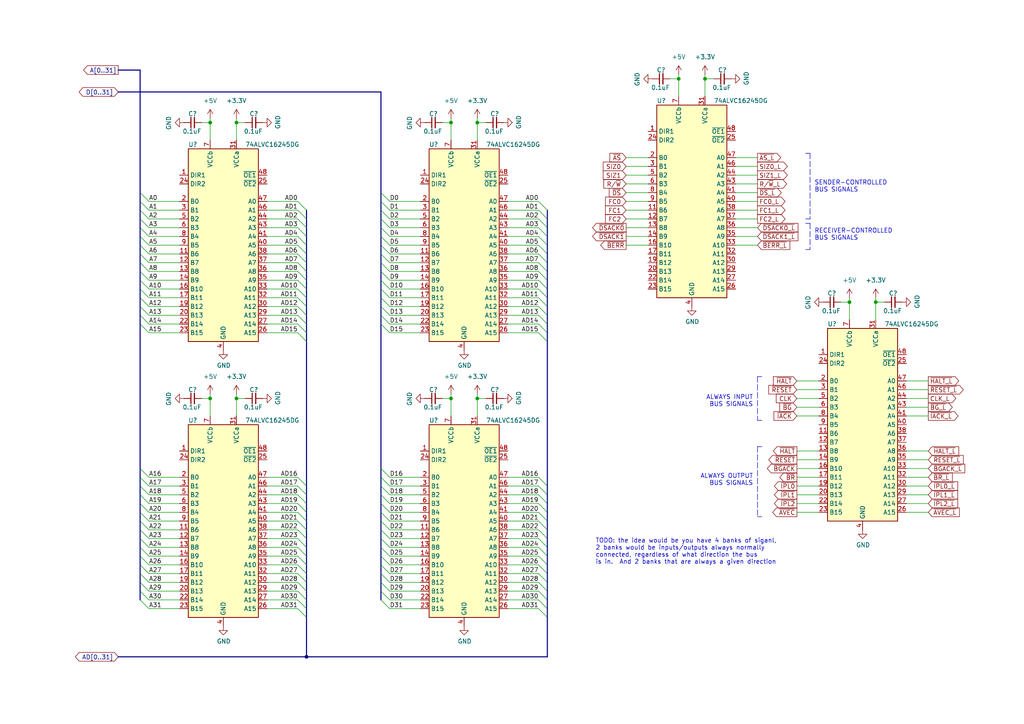
<source format=kicad_sch>
(kicad_sch (version 20211123) (generator eeschema)
  (paper "A4")
  (lib_symbols
    (symbol "Device:C_Small" (pin_numbers hide) (pin_names (offset 0.254) hide)
      (property "Reference" "C" (at 0.254 1.778 0))
      (property "Value" "C_Small" (at 0.254 -2.032 0))
      (symbol "C_Small_0_1"
        (polyline (pts (xy -1.524 -0.508) (xy 1.524 -0.508)) (stroke (width 0.3302)))
        (polyline (pts (xy -1.524 0.508) (xy 1.524 0.508)) (stroke (width 0.3048)))
      )
      (symbol "C_Small_1_1"
        (pin passive line (at 0 2.54 270) (length 2.032) (name "~") (number "1"))
        (pin passive line (at 0 -2.54 90) (length 2.032) (name "~") (number "2"))
      )
    )
    (symbol "Fidget:74ALVC16245DG"
      (property "Reference" "U" (at -10.16 29.21 0))
      (property "Value" "74ALVC16245DG" (at 2.54 -29.21 0))
      (symbol "74ALVC16245DG_0_1"
        (rectangle (start -10.16 27.94) (end 10.16 -27.94) (stroke (width 0.254)) (fill (type background)))
      )
      (symbol "74ALVC16245DG_1_1"
        (pin input line (at -12.7 20.32 0) (length 2.54) (name "DIR1") (number "1"))
        (pin passive line (at 0 -30.48 90) (length 2.54) hide (name "GND") (number "10"))
        (pin bidirectional line (at -12.7 -2.54 0) (length 2.54) (name "B6") (number "11"))
        (pin bidirectional line (at -12.7 -5.08 0) (length 2.54) (name "B7") (number "12"))
        (pin bidirectional line (at -12.7 -7.62 0) (length 2.54) (name "B8") (number "13"))
        (pin bidirectional line (at -12.7 -10.16 0) (length 2.54) (name "B9") (number "14"))
        (pin passive line (at 0 -30.48 90) (length 2.54) hide (name "GND") (number "15"))
        (pin bidirectional line (at -12.7 -12.7 0) (length 2.54) (name "B10") (number "16"))
        (pin bidirectional line (at -12.7 -15.24 0) (length 2.54) (name "B11") (number "17"))
        (pin passive line (at -3.81 30.48 270) (length 2.54) hide (name "VCCb") (number "18"))
        (pin bidirectional line (at -12.7 -17.78 0) (length 2.54) (name "B12") (number "19"))
        (pin bidirectional line (at -12.7 12.7 0) (length 2.54) (name "B0") (number "2"))
        (pin bidirectional line (at -12.7 -20.32 0) (length 2.54) (name "B13") (number "20"))
        (pin passive line (at 0 -30.48 90) (length 2.54) hide (name "GND") (number "21"))
        (pin bidirectional line (at -12.7 -22.86 0) (length 2.54) (name "B14") (number "22"))
        (pin bidirectional line (at -12.7 -25.4 0) (length 2.54) (name "B15") (number "23"))
        (pin input line (at -12.7 17.78 0) (length 2.54) (name "DIR2") (number "24"))
        (pin input line (at 12.7 17.78 180) (length 2.54) (name "~{OE2}") (number "25"))
        (pin bidirectional line (at 12.7 -25.4 180) (length 2.54) (name "A15") (number "26"))
        (pin bidirectional line (at 12.7 -22.86 180) (length 2.54) (name "A14") (number "27"))
        (pin passive line (at 0 -30.48 90) (length 2.54) hide (name "GND") (number "28"))
        (pin bidirectional line (at 12.7 -20.32 180) (length 2.54) (name "A13") (number "29"))
        (pin bidirectional line (at -12.7 10.16 0) (length 2.54) (name "B1") (number "3"))
        (pin bidirectional line (at 12.7 -17.78 180) (length 2.54) (name "A12") (number "30"))
        (pin power_in line (at 3.81 30.48 270) (length 2.54) (name "VCCa") (number "31"))
        (pin bidirectional line (at 12.7 -15.24 180) (length 2.54) (name "A11") (number "32"))
        (pin bidirectional line (at 12.7 -12.7 180) (length 2.54) (name "A10") (number "33"))
        (pin passive line (at 0 -30.48 90) (length 2.54) hide (name "GND") (number "34"))
        (pin bidirectional line (at 12.7 -10.16 180) (length 2.54) (name "A9") (number "35"))
        (pin bidirectional line (at 12.7 -7.62 180) (length 2.54) (name "A8") (number "36"))
        (pin bidirectional line (at 12.7 -5.08 180) (length 2.54) (name "A7") (number "37"))
        (pin bidirectional line (at 12.7 -2.54 180) (length 2.54) (name "A6") (number "38"))
        (pin passive line (at 0 -30.48 90) (length 2.54) hide (name "GND") (number "39"))
        (pin power_in line (at 0 -30.48 90) (length 2.54) (name "GND") (number "4"))
        (pin bidirectional line (at 12.7 0 180) (length 2.54) (name "A5") (number "40"))
        (pin bidirectional line (at 12.7 2.54 180) (length 2.54) (name "A4") (number "41"))
        (pin passive line (at 3.81 30.48 270) (length 2.54) hide (name "VCCa") (number "42"))
        (pin bidirectional line (at 12.7 5.08 180) (length 2.54) (name "A3") (number "43"))
        (pin bidirectional line (at 12.7 7.62 180) (length 2.54) (name "A2") (number "44"))
        (pin passive line (at 0 -30.48 90) (length 2.54) hide (name "GND") (number "45"))
        (pin bidirectional line (at 12.7 10.16 180) (length 2.54) (name "A1") (number "46"))
        (pin bidirectional line (at 12.7 12.7 180) (length 2.54) (name "A0") (number "47"))
        (pin input line (at 12.7 20.32 180) (length 2.54) (name "~{OE1}") (number "48"))
        (pin bidirectional line (at -12.7 7.62 0) (length 2.54) (name "B2") (number "5"))
        (pin bidirectional line (at -12.7 5.08 0) (length 2.54) (name "B3") (number "6"))
        (pin power_in line (at -3.81 30.48 270) (length 2.54) (name "VCCb") (number "7"))
        (pin bidirectional line (at -12.7 2.54 0) (length 2.54) (name "B4") (number "8"))
        (pin bidirectional line (at -12.7 0 0) (length 2.54) (name "B5") (number "9"))
      )
    )
    (symbol "power:+3.3V" (power) (pin_names (offset 0))
      (property "Value" "+3.3V" (at 0 3.556 0))
      (symbol "+3.3V_0_1"
        (polyline (pts (xy -0.762 1.27) (xy 0 2.54)))
        (polyline (pts (xy 0 0) (xy 0 2.54)))
        (polyline (pts (xy 0 2.54) (xy 0.762 1.27)))
      )
      (symbol "+3.3V_1_1"
        (pin power_in line (at 0 0 90) (length 0) hide (name "+3.3V") (number "1"))
      )
    )
    (symbol "power:+5V" (power) (pin_names (offset 0))
      (property "Value" "+5V" (at 0 3.556 0))
      (symbol "+5V_0_1"
        (polyline (pts (xy -0.762 1.27) (xy 0 2.54)))
        (polyline (pts (xy 0 0) (xy 0 2.54)))
        (polyline (pts (xy 0 2.54) (xy 0.762 1.27)))
      )
      (symbol "+5V_1_1"
        (pin power_in line (at 0 0 90) (length 0) hide (name "+5V") (number "1"))
      )
    )
    (symbol "power:GND" (power) (pin_names (offset 0))
      (property "Value" "GND" (at 0 -3.81 0))
      (symbol "GND_0_1"
        (polyline (pts (xy 0 0) (xy 0 -1.27) (xy 1.27 -1.27) (xy 0 -2.54) (xy -1.27 -1.27) (xy 0 -1.27)))
      )
      (symbol "GND_1_1"
        (pin power_in line (at 0 0 270) (length 0) hide (name "GND") (number "1"))
      )
    )
  )
  (junction (at 196.85 22.86))
  (junction (at 68.58 115.57))
  (junction (at 246.38 87.63))
  (junction (at 68.58 35.56))
  (junction (at 204.47 22.86))
  (junction (at 130.81 35.56))
  (junction (at 60.96 35.56))
  (junction (at 130.81 115.57))
  (junction (at 138.43 115.57))
  (junction (at 254 87.63))
  (junction (at 60.96 115.57))
  (junction (at 138.43 35.56))
  (junction (at 88.9 190.5))
  (bus_entry (at 43.18 91.44) (size -2.54 -2.54))
  (bus_entry (at 158.75 148.59) (size -2.54 -2.54))
  (bus_entry (at 158.75 91.44) (size -2.54 -2.54))
  (bus_entry (at 113.03 168.91) (size -2.54 -2.54))
  (bus_entry (at 88.9 86.36) (size -2.54 -2.54))
  (bus_entry (at 43.18 93.98) (size -2.54 -2.54))
  (bus_entry (at 43.18 71.12) (size -2.54 -2.54))
  (bus_entry (at 88.9 179.07) (size -2.54 -2.54))
  (bus_entry (at 113.03 81.28) (size -2.54 -2.54))
  (bus_entry (at 43.18 171.45) (size -2.54 -2.54))
  (bus_entry (at 113.03 173.99) (size -2.54 -2.54))
  (bus_entry (at 43.18 86.36) (size -2.54 -2.54))
  (bus_entry (at 158.75 66.04) (size -2.54 -2.54))
  (bus_entry (at 158.75 68.58) (size -2.54 -2.54))
  (bus_entry (at 158.75 93.98) (size -2.54 -2.54))
  (bus_entry (at 88.9 96.52) (size -2.54 -2.54))
  (bus_entry (at 88.9 140.97) (size -2.54 -2.54))
  (bus_entry (at 43.18 151.13) (size -2.54 -2.54))
  (bus_entry (at 158.75 179.07) (size -2.54 -2.54))
  (bus_entry (at 88.9 158.75) (size -2.54 -2.54))
  (bus_entry (at 158.75 140.97) (size -2.54 -2.54))
  (bus_entry (at 113.03 138.43) (size -2.54 -2.54))
  (bus_entry (at 88.9 143.51) (size -2.54 -2.54))
  (bus_entry (at 113.03 83.82) (size -2.54 -2.54))
  (bus_entry (at 43.18 76.2) (size -2.54 -2.54))
  (bus_entry (at 158.75 146.05) (size -2.54 -2.54))
  (bus_entry (at 113.03 58.42) (size -2.54 -2.54))
  (bus_entry (at 158.75 151.13) (size -2.54 -2.54))
  (bus_entry (at 158.75 71.12) (size -2.54 -2.54))
  (bus_entry (at 43.18 168.91) (size -2.54 -2.54))
  (bus_entry (at 113.03 146.05) (size -2.54 -2.54))
  (bus_entry (at 88.9 171.45) (size -2.54 -2.54))
  (bus_entry (at 88.9 148.59) (size -2.54 -2.54))
  (bus_entry (at 88.9 151.13) (size -2.54 -2.54))
  (bus_entry (at 88.9 91.44) (size -2.54 -2.54))
  (bus_entry (at 158.75 171.45) (size -2.54 -2.54))
  (bus_entry (at 113.03 63.5) (size -2.54 -2.54))
  (bus_entry (at 158.75 96.52) (size -2.54 -2.54))
  (bus_entry (at 43.18 81.28) (size -2.54 -2.54))
  (bus_entry (at 113.03 163.83) (size -2.54 -2.54))
  (bus_entry (at 43.18 156.21) (size -2.54 -2.54))
  (bus_entry (at 158.75 83.82) (size -2.54 -2.54))
  (bus_entry (at 43.18 96.52) (size -2.54 -2.54))
  (bus_entry (at 158.75 166.37) (size -2.54 -2.54))
  (bus_entry (at 158.75 176.53) (size -2.54 -2.54))
  (bus_entry (at 113.03 91.44) (size -2.54 -2.54))
  (bus_entry (at 113.03 153.67) (size -2.54 -2.54))
  (bus_entry (at 43.18 148.59) (size -2.54 -2.54))
  (bus_entry (at 113.03 86.36) (size -2.54 -2.54))
  (bus_entry (at 88.9 156.21) (size -2.54 -2.54))
  (bus_entry (at 113.03 88.9) (size -2.54 -2.54))
  (bus_entry (at 43.18 146.05) (size -2.54 -2.54))
  (bus_entry (at 43.18 63.5) (size -2.54 -2.54))
  (bus_entry (at 113.03 96.52) (size -2.54 -2.54))
  (bus_entry (at 43.18 143.51) (size -2.54 -2.54))
  (bus_entry (at 158.75 88.9) (size -2.54 -2.54))
  (bus_entry (at 158.75 60.96) (size -2.54 -2.54))
  (bus_entry (at 158.75 173.99) (size -2.54 -2.54))
  (bus_entry (at 88.9 88.9) (size -2.54 -2.54))
  (bus_entry (at 43.18 78.74) (size -2.54 -2.54))
  (bus_entry (at 113.03 143.51) (size -2.54 -2.54))
  (bus_entry (at 158.75 81.28) (size -2.54 -2.54))
  (bus_entry (at 88.9 66.04) (size -2.54 -2.54))
  (bus_entry (at 43.18 173.99) (size -2.54 -2.54))
  (bus_entry (at 158.75 99.06) (size -2.54 -2.54))
  (bus_entry (at 113.03 171.45) (size -2.54 -2.54))
  (bus_entry (at 88.9 76.2) (size -2.54 -2.54))
  (bus_entry (at 88.9 173.99) (size -2.54 -2.54))
  (bus_entry (at 113.03 140.97) (size -2.54 -2.54))
  (bus_entry (at 88.9 163.83) (size -2.54 -2.54))
  (bus_entry (at 88.9 166.37) (size -2.54 -2.54))
  (bus_entry (at 113.03 156.21) (size -2.54 -2.54))
  (bus_entry (at 43.18 161.29) (size -2.54 -2.54))
  (bus_entry (at 113.03 68.58) (size -2.54 -2.54))
  (bus_entry (at 88.9 60.96) (size -2.54 -2.54))
  (bus_entry (at 88.9 146.05) (size -2.54 -2.54))
  (bus_entry (at 43.18 58.42) (size -2.54 -2.54))
  (bus_entry (at 88.9 168.91) (size -2.54 -2.54))
  (bus_entry (at 43.18 158.75) (size -2.54 -2.54))
  (bus_entry (at 113.03 78.74) (size -2.54 -2.54))
  (bus_entry (at 113.03 148.59) (size -2.54 -2.54))
  (bus_entry (at 113.03 158.75) (size -2.54 -2.54))
  (bus_entry (at 88.9 71.12) (size -2.54 -2.54))
  (bus_entry (at 158.75 158.75) (size -2.54 -2.54))
  (bus_entry (at 158.75 76.2) (size -2.54 -2.54))
  (bus_entry (at 113.03 66.04) (size -2.54 -2.54))
  (bus_entry (at 158.75 73.66) (size -2.54 -2.54))
  (bus_entry (at 113.03 176.53) (size -2.54 -2.54))
  (bus_entry (at 158.75 143.51) (size -2.54 -2.54))
  (bus_entry (at 88.9 83.82) (size -2.54 -2.54))
  (bus_entry (at 43.18 176.53) (size -2.54 -2.54))
  (bus_entry (at 43.18 66.04) (size -2.54 -2.54))
  (bus_entry (at 43.18 88.9) (size -2.54 -2.54))
  (bus_entry (at 88.9 153.67) (size -2.54 -2.54))
  (bus_entry (at 158.75 156.21) (size -2.54 -2.54))
  (bus_entry (at 113.03 151.13) (size -2.54 -2.54))
  (bus_entry (at 158.75 163.83) (size -2.54 -2.54))
  (bus_entry (at 88.9 63.5) (size -2.54 -2.54))
  (bus_entry (at 88.9 99.06) (size -2.54 -2.54))
  (bus_entry (at 88.9 78.74) (size -2.54 -2.54))
  (bus_entry (at 113.03 76.2) (size -2.54 -2.54))
  (bus_entry (at 43.18 73.66) (size -2.54 -2.54))
  (bus_entry (at 88.9 176.53) (size -2.54 -2.54))
  (bus_entry (at 113.03 93.98) (size -2.54 -2.54))
  (bus_entry (at 43.18 68.58) (size -2.54 -2.54))
  (bus_entry (at 88.9 161.29) (size -2.54 -2.54))
  (bus_entry (at 158.75 63.5) (size -2.54 -2.54))
  (bus_entry (at 113.03 73.66) (size -2.54 -2.54))
  (bus_entry (at 43.18 166.37) (size -2.54 -2.54))
  (bus_entry (at 43.18 140.97) (size -2.54 -2.54))
  (bus_entry (at 158.75 168.91) (size -2.54 -2.54))
  (bus_entry (at 88.9 93.98) (size -2.54 -2.54))
  (bus_entry (at 88.9 68.58) (size -2.54 -2.54))
  (bus_entry (at 113.03 161.29) (size -2.54 -2.54))
  (bus_entry (at 158.75 78.74) (size -2.54 -2.54))
  (bus_entry (at 43.18 138.43) (size -2.54 -2.54))
  (bus_entry (at 113.03 71.12) (size -2.54 -2.54))
  (bus_entry (at 43.18 60.96) (size -2.54 -2.54))
  (bus_entry (at 43.18 83.82) (size -2.54 -2.54))
  (bus_entry (at 88.9 73.66) (size -2.54 -2.54))
  (bus_entry (at 113.03 166.37) (size -2.54 -2.54))
  (bus_entry (at 158.75 161.29) (size -2.54 -2.54))
  (bus_entry (at 43.18 153.67) (size -2.54 -2.54))
  (bus_entry (at 158.75 86.36) (size -2.54 -2.54))
  (bus_entry (at 88.9 81.28) (size -2.54 -2.54))
  (bus_entry (at 158.75 153.67) (size -2.54 -2.54))
  (bus_entry (at 43.18 163.83) (size -2.54 -2.54))
  (bus_entry (at 113.03 60.96) (size -2.54 -2.54))
  (wire (pts (xy 121.92 76.2) (xy 113.03 76.2)))
  (bus (pts (xy 110.49 88.9) (xy 110.49 91.44)))
  (bus (pts (xy 110.49 78.74) (xy 110.49 81.28)))
  (wire (pts (xy 121.92 96.52) (xy 113.03 96.52)))
  (bus (pts (xy 110.49 83.82) (xy 110.49 86.36)))
  (wire (pts (xy 254 87.63) (xy 256.54 87.63)))
  (bus (pts (xy 40.64 156.21) (xy 40.64 158.75)))
  (wire (pts (xy 68.58 114.3) (xy 68.58 115.57)))
  (wire (pts (xy 113.03 158.75) (xy 121.92 158.75)))
  (bus (pts (xy 88.9 68.58) (xy 88.9 71.12)))
  (bus (pts (xy 110.49 140.97) (xy 110.49 143.51)))
  (wire (pts (xy 147.32 76.2) (xy 156.21 76.2)))
  (bus (pts (xy 110.49 71.12) (xy 110.49 73.66)))
  (bus (pts (xy 88.9 83.82) (xy 88.9 86.36)))
  (bus (pts (xy 158.75 168.91) (xy 158.75 171.45)))
  (wire (pts (xy 52.07 171.45) (xy 43.18 171.45)))
  (wire (pts (xy 147.32 138.43) (xy 156.21 138.43)))
  (wire (pts (xy 269.24 110.49) (xy 262.89 110.49)))
  (wire (pts (xy 213.36 71.12) (xy 219.71 71.12)))
  (wire (pts (xy 43.18 78.74) (xy 52.07 78.74)))
  (bus (pts (xy 88.9 173.99) (xy 88.9 176.53)))
  (bus (pts (xy 110.49 135.89) (xy 110.49 138.43)))
  (bus (pts (xy 40.64 60.96) (xy 40.64 63.5)))
  (bus (pts (xy 110.49 60.96) (xy 110.49 63.5)))
  (wire (pts (xy 204.47 21.59) (xy 204.47 22.86)))
  (wire (pts (xy 147.32 161.29) (xy 156.21 161.29)))
  (wire (pts (xy 77.47 171.45) (xy 86.36 171.45)))
  (wire (pts (xy 52.07 60.96) (xy 43.18 60.96)))
  (wire (pts (xy 77.47 143.51) (xy 86.36 143.51)))
  (wire (pts (xy 213.36 48.26) (xy 219.71 48.26)))
  (bus (pts (xy 88.9 88.9) (xy 88.9 91.44)))
  (wire (pts (xy 77.47 158.75) (xy 86.36 158.75)))
  (bus (pts (xy 40.64 83.82) (xy 40.64 86.36)))
  (wire (pts (xy 231.14 130.81) (xy 237.49 130.81)))
  (wire (pts (xy 196.85 22.86) (xy 196.85 27.94)))
  (wire (pts (xy 77.47 148.59) (xy 86.36 148.59)))
  (wire (pts (xy 52.07 156.21) (xy 43.18 156.21)))
  (polyline (pts (xy 220.98 129.54) (xy 219.71 129.54)))
  (bus (pts (xy 110.49 73.66) (xy 110.49 76.2)))
  (wire (pts (xy 147.32 168.91) (xy 156.21 168.91)))
  (bus (pts (xy 88.9 99.06) (xy 88.9 140.97)))
  (wire (pts (xy 77.47 146.05) (xy 86.36 146.05)))
  (bus (pts (xy 40.64 20.32) (xy 40.64 55.88)))
  (bus (pts (xy 88.9 176.53) (xy 88.9 179.07)))
  (wire (pts (xy 130.81 115.57) (xy 130.81 120.65)))
  (wire (pts (xy 204.47 22.86) (xy 207.01 22.86)))
  (wire (pts (xy 121.92 81.28) (xy 113.03 81.28)))
  (bus (pts (xy 110.49 171.45) (xy 110.49 173.99)))
  (bus (pts (xy 88.9 179.07) (xy 88.9 190.5)))
  (bus (pts (xy 158.75 63.5) (xy 158.75 66.04)))
  (wire (pts (xy 187.96 45.72) (xy 181.61 45.72)))
  (wire (pts (xy 219.71 60.96) (xy 213.36 60.96)))
  (bus (pts (xy 158.75 158.75) (xy 158.75 161.29)))
  (wire (pts (xy 121.92 60.96) (xy 113.03 60.96)))
  (bus (pts (xy 40.64 93.98) (xy 40.64 135.89)))
  (wire (pts (xy 254 87.63) (xy 254 92.71)))
  (wire (pts (xy 52.07 153.67) (xy 43.18 153.67)))
  (bus (pts (xy 158.75 156.21) (xy 158.75 158.75)))
  (bus (pts (xy 40.64 140.97) (xy 40.64 143.51)))
  (polyline (pts (xy 233.68 64.77) (xy 234.95 64.77)))
  (wire (pts (xy 219.71 53.34) (xy 213.36 53.34)))
  (wire (pts (xy 77.47 58.42) (xy 86.36 58.42)))
  (wire (pts (xy 269.24 115.57) (xy 262.89 115.57)))
  (bus (pts (xy 158.75 148.59) (xy 158.75 151.13)))
  (wire (pts (xy 60.96 34.29) (xy 60.96 35.56)))
  (wire (pts (xy 121.92 71.12) (xy 113.03 71.12)))
  (wire (pts (xy 147.32 58.42) (xy 156.21 58.42)))
  (wire (pts (xy 147.32 96.52) (xy 156.21 96.52)))
  (wire (pts (xy 121.92 168.91) (xy 113.03 168.91)))
  (bus (pts (xy 110.49 148.59) (xy 110.49 151.13)))
  (wire (pts (xy 58.42 35.56) (xy 60.96 35.56)))
  (bus (pts (xy 88.9 146.05) (xy 88.9 148.59)))
  (wire (pts (xy 121.92 156.21) (xy 113.03 156.21)))
  (bus (pts (xy 40.64 73.66) (xy 40.64 76.2)))
  (bus (pts (xy 40.64 71.12) (xy 40.64 73.66)))
  (wire (pts (xy 77.47 71.12) (xy 86.36 71.12)))
  (wire (pts (xy 147.32 173.99) (xy 156.21 173.99)))
  (bus (pts (xy 88.9 73.66) (xy 88.9 76.2)))
  (wire (pts (xy 52.07 173.99) (xy 43.18 173.99)))
  (wire (pts (xy 77.47 156.21) (xy 86.36 156.21)))
  (wire (pts (xy 77.47 140.97) (xy 86.36 140.97)))
  (wire (pts (xy 52.07 76.2) (xy 43.18 76.2)))
  (wire (pts (xy 77.47 63.5) (xy 86.36 63.5)))
  (bus (pts (xy 40.64 135.89) (xy 40.64 138.43)))
  (wire (pts (xy 181.61 66.04) (xy 187.96 66.04)))
  (wire (pts (xy 43.18 158.75) (xy 52.07 158.75)))
  (wire (pts (xy 52.07 143.51) (xy 43.18 143.51)))
  (wire (pts (xy 147.32 140.97) (xy 156.21 140.97)))
  (bus (pts (xy 40.64 151.13) (xy 40.64 153.67)))
  (wire (pts (xy 121.92 93.98) (xy 113.03 93.98)))
  (wire (pts (xy 262.89 118.11) (xy 269.24 118.11)))
  (wire (pts (xy 187.96 71.12) (xy 181.61 71.12)))
  (wire (pts (xy 204.47 22.86) (xy 204.47 27.94)))
  (bus (pts (xy 158.75 166.37) (xy 158.75 168.91)))
  (wire (pts (xy 147.32 153.67) (xy 156.21 153.67)))
  (wire (pts (xy 77.47 176.53) (xy 86.36 176.53)))
  (bus (pts (xy 110.49 146.05) (xy 110.49 148.59)))
  (polyline (pts (xy 220.98 121.92) (xy 219.71 121.92)))
  (bus (pts (xy 110.49 161.29) (xy 110.49 163.83)))
  (wire (pts (xy 138.43 115.57) (xy 140.97 115.57)))
  (wire (pts (xy 121.92 171.45) (xy 113.03 171.45)))
  (bus (pts (xy 110.49 81.28) (xy 110.49 83.82)))
  (wire (pts (xy 147.32 88.9) (xy 156.21 88.9)))
  (wire (pts (xy 231.14 115.57) (xy 237.49 115.57)))
  (bus (pts (xy 110.49 138.43) (xy 110.49 140.97)))
  (wire (pts (xy 246.38 87.63) (xy 246.38 92.71)))
  (wire (pts (xy 43.18 138.43) (xy 52.07 138.43)))
  (wire (pts (xy 181.61 60.96) (xy 187.96 60.96)))
  (wire (pts (xy 147.32 93.98) (xy 156.21 93.98)))
  (wire (pts (xy 147.32 86.36) (xy 156.21 86.36)))
  (wire (pts (xy 196.85 21.59) (xy 196.85 22.86)))
  (wire (pts (xy 77.47 86.36) (xy 86.36 86.36)))
  (wire (pts (xy 219.71 68.58) (xy 213.36 68.58)))
  (polyline (pts (xy 234.95 64.77) (xy 234.95 72.39)))
  (wire (pts (xy 147.32 68.58) (xy 156.21 68.58)))
  (bus (pts (xy 40.64 146.05) (xy 40.64 148.59)))
  (wire (pts (xy 130.81 35.56) (xy 130.81 40.64)))
  (polyline (pts (xy 233.68 44.45) (xy 234.95 44.45)))
  (wire (pts (xy 113.03 86.36) (xy 121.92 86.36)))
  (wire (pts (xy 77.47 81.28) (xy 86.36 81.28)))
  (polyline (pts (xy 219.71 109.22) (xy 219.71 121.92)))
  (wire (pts (xy 77.47 68.58) (xy 86.36 68.58)))
  (bus (pts (xy 40.64 66.04) (xy 40.64 68.58)))
  (bus (pts (xy 34.29 26.67) (xy 110.49 26.67)))
  (wire (pts (xy 147.32 148.59) (xy 156.21 148.59)))
  (wire (pts (xy 219.71 66.04) (xy 213.36 66.04)))
  (wire (pts (xy 77.47 96.52) (xy 86.36 96.52)))
  (bus (pts (xy 158.75 88.9) (xy 158.75 91.44)))
  (wire (pts (xy 231.14 146.05) (xy 237.49 146.05)))
  (bus (pts (xy 158.75 163.83) (xy 158.75 166.37)))
  (bus (pts (xy 158.75 86.36) (xy 158.75 88.9)))
  (wire (pts (xy 147.32 63.5) (xy 156.21 63.5)))
  (wire (pts (xy 121.92 91.44) (xy 113.03 91.44)))
  (wire (pts (xy 138.43 34.29) (xy 138.43 35.56)))
  (wire (pts (xy 269.24 113.03) (xy 262.89 113.03)))
  (wire (pts (xy 121.92 148.59) (xy 113.03 148.59)))
  (bus (pts (xy 158.75 73.66) (xy 158.75 76.2)))
  (wire (pts (xy 121.92 161.29) (xy 113.03 161.29)))
  (wire (pts (xy 128.27 35.56) (xy 130.81 35.56)))
  (bus (pts (xy 110.49 26.67) (xy 110.49 55.88)))
  (wire (pts (xy 231.14 143.51) (xy 237.49 143.51)))
  (bus (pts (xy 40.64 158.75) (xy 40.64 161.29)))
  (wire (pts (xy 213.36 63.5) (xy 219.71 63.5)))
  (wire (pts (xy 237.49 118.11) (xy 231.14 118.11)))
  (wire (pts (xy 52.07 176.53) (xy 43.18 176.53)))
  (wire (pts (xy 121.92 68.58) (xy 113.03 68.58)))
  (bus (pts (xy 158.75 81.28) (xy 158.75 83.82)))
  (wire (pts (xy 147.32 163.83) (xy 156.21 163.83)))
  (wire (pts (xy 121.92 73.66) (xy 113.03 73.66)))
  (wire (pts (xy 147.32 156.21) (xy 156.21 156.21)))
  (bus (pts (xy 158.75 71.12) (xy 158.75 73.66)))
  (bus (pts (xy 158.75 99.06) (xy 158.75 140.97)))
  (bus (pts (xy 158.75 146.05) (xy 158.75 148.59)))
  (wire (pts (xy 269.24 130.81) (xy 262.89 130.81)))
  (bus (pts (xy 40.64 153.67) (xy 40.64 156.21)))
  (wire (pts (xy 52.07 148.59) (xy 43.18 148.59)))
  (bus (pts (xy 40.64 88.9) (xy 40.64 91.44)))
  (wire (pts (xy 187.96 63.5) (xy 181.61 63.5)))
  (bus (pts (xy 158.75 93.98) (xy 158.75 96.52)))
  (wire (pts (xy 121.92 153.67) (xy 113.03 153.67)))
  (wire (pts (xy 121.92 140.97) (xy 113.03 140.97)))
  (bus (pts (xy 40.64 91.44) (xy 40.64 93.98)))
  (bus (pts (xy 40.64 138.43) (xy 40.64 140.97)))
  (wire (pts (xy 58.42 115.57) (xy 60.96 115.57)))
  (wire (pts (xy 77.47 76.2) (xy 86.36 76.2)))
  (bus (pts (xy 40.64 171.45) (xy 40.64 173.99)))
  (wire (pts (xy 269.24 143.51) (xy 262.89 143.51)))
  (wire (pts (xy 68.58 35.56) (xy 71.12 35.56)))
  (wire (pts (xy 68.58 115.57) (xy 68.58 120.65)))
  (wire (pts (xy 77.47 60.96) (xy 86.36 60.96)))
  (wire (pts (xy 77.47 153.67) (xy 86.36 153.67)))
  (bus (pts (xy 34.29 20.32) (xy 40.64 20.32)))
  (wire (pts (xy 113.03 78.74) (xy 121.92 78.74)))
  (wire (pts (xy 77.47 166.37) (xy 86.36 166.37)))
  (wire (pts (xy 52.07 88.9) (xy 43.18 88.9)))
  (wire (pts (xy 77.47 66.04) (xy 86.36 66.04)))
  (bus (pts (xy 40.64 168.91) (xy 40.64 171.45)))
  (bus (pts (xy 40.64 81.28) (xy 40.64 83.82)))
  (wire (pts (xy 77.47 91.44) (xy 86.36 91.44)))
  (bus (pts (xy 88.9 166.37) (xy 88.9 168.91)))
  (polyline (pts (xy 233.68 63.5) (xy 234.95 63.5)))
  (wire (pts (xy 121.92 63.5) (xy 113.03 63.5)))
  (wire (pts (xy 147.32 171.45) (xy 156.21 171.45)))
  (bus (pts (xy 88.9 91.44) (xy 88.9 93.98)))
  (wire (pts (xy 113.03 58.42) (xy 121.92 58.42)))
  (bus (pts (xy 88.9 140.97) (xy 88.9 143.51)))
  (wire (pts (xy 60.96 35.56) (xy 60.96 40.64)))
  (wire (pts (xy 77.47 161.29) (xy 86.36 161.29)))
  (wire (pts (xy 68.58 34.29) (xy 68.58 35.56)))
  (wire (pts (xy 77.47 163.83) (xy 86.36 163.83)))
  (wire (pts (xy 60.96 115.57) (xy 60.96 120.65)))
  (wire (pts (xy 138.43 114.3) (xy 138.43 115.57)))
  (bus (pts (xy 88.9 93.98) (xy 88.9 96.52)))
  (wire (pts (xy 43.18 58.42) (xy 52.07 58.42)))
  (wire (pts (xy 231.14 120.65) (xy 237.49 120.65)))
  (wire (pts (xy 52.07 151.13) (xy 43.18 151.13)))
  (wire (pts (xy 43.18 166.37) (xy 52.07 166.37)))
  (polyline (pts (xy 219.71 129.54) (xy 219.71 149.86)))
  (wire (pts (xy 52.07 68.58) (xy 43.18 68.58)))
  (wire (pts (xy 52.07 81.28) (xy 43.18 81.28)))
  (bus (pts (xy 158.75 171.45) (xy 158.75 173.99)))
  (bus (pts (xy 158.75 96.52) (xy 158.75 99.06)))
  (wire (pts (xy 231.14 133.35) (xy 237.49 133.35)))
  (bus (pts (xy 40.64 78.74) (xy 40.64 81.28)))
  (polyline (pts (xy 234.95 44.45) (xy 234.95 63.5)))
  (wire (pts (xy 52.07 163.83) (xy 43.18 163.83)))
  (bus (pts (xy 158.75 91.44) (xy 158.75 93.98)))
  (bus (pts (xy 110.49 76.2) (xy 110.49 78.74)))
  (bus (pts (xy 158.75 68.58) (xy 158.75 71.12)))
  (wire (pts (xy 269.24 120.65) (xy 262.89 120.65)))
  (bus (pts (xy 158.75 76.2) (xy 158.75 78.74)))
  (bus (pts (xy 40.64 148.59) (xy 40.64 151.13)))
  (bus (pts (xy 88.9 96.52) (xy 88.9 99.06)))
  (bus (pts (xy 158.75 176.53) (xy 158.75 179.07)))
  (bus (pts (xy 110.49 158.75) (xy 110.49 161.29)))
  (bus (pts (xy 88.9 76.2) (xy 88.9 78.74)))
  (wire (pts (xy 213.36 45.72) (xy 219.71 45.72)))
  (wire (pts (xy 269.24 133.35) (xy 262.89 133.35)))
  (bus (pts (xy 110.49 68.58) (xy 110.49 71.12)))
  (bus (pts (xy 40.64 63.5) (xy 40.64 66.04)))
  (wire (pts (xy 147.32 143.51) (xy 156.21 143.51)))
  (bus (pts (xy 158.75 60.96) (xy 158.75 63.5)))
  (bus (pts (xy 88.9 60.96) (xy 88.9 63.5)))
  (wire (pts (xy 52.07 63.5) (xy 43.18 63.5)))
  (bus (pts (xy 40.64 166.37) (xy 40.64 168.91)))
  (bus (pts (xy 110.49 143.51) (xy 110.49 146.05)))
  (bus (pts (xy 88.9 86.36) (xy 88.9 88.9)))
  (bus (pts (xy 158.75 143.51) (xy 158.75 146.05)))
  (wire (pts (xy 243.84 87.63) (xy 246.38 87.63)))
  (wire (pts (xy 60.96 114.3) (xy 60.96 115.57)))
  (bus (pts (xy 158.75 173.99) (xy 158.75 176.53)))
  (wire (pts (xy 147.32 71.12) (xy 156.21 71.12)))
  (wire (pts (xy 77.47 93.98) (xy 86.36 93.98)))
  (bus (pts (xy 88.9 168.91) (xy 88.9 171.45)))
  (wire (pts (xy 43.18 66.04) (xy 52.07 66.04)))
  (wire (pts (xy 121.92 173.99) (xy 113.03 173.99)))
  (wire (pts (xy 52.07 96.52) (xy 43.18 96.52)))
  (bus (pts (xy 158.75 179.07) (xy 158.75 190.5)))
  (bus (pts (xy 40.64 86.36) (xy 40.64 88.9)))
  (wire (pts (xy 77.47 73.66) (xy 86.36 73.66)))
  (bus (pts (xy 110.49 66.04) (xy 110.49 68.58)))
  (bus (pts (xy 110.49 156.21) (xy 110.49 158.75)))
  (wire (pts (xy 121.92 176.53) (xy 113.03 176.53)))
  (wire (pts (xy 147.32 73.66) (xy 156.21 73.66)))
  (bus (pts (xy 88.9 190.5) (xy 158.75 190.5)))
  (bus (pts (xy 88.9 78.74) (xy 88.9 81.28)))
  (wire (pts (xy 231.14 110.49) (xy 237.49 110.49)))
  (wire (pts (xy 181.61 68.58) (xy 187.96 68.58)))
  (wire (pts (xy 147.32 91.44) (xy 156.21 91.44)))
  (wire (pts (xy 269.24 148.59) (xy 262.89 148.59)))
  (wire (pts (xy 147.32 146.05) (xy 156.21 146.05)))
  (wire (pts (xy 121.92 143.51) (xy 113.03 143.51)))
  (wire (pts (xy 147.32 66.04) (xy 156.21 66.04)))
  (wire (pts (xy 219.71 55.88) (xy 213.36 55.88)))
  (bus (pts (xy 40.64 55.88) (xy 40.64 58.42)))
  (wire (pts (xy 219.71 58.42) (xy 213.36 58.42)))
  (wire (pts (xy 121.92 151.13) (xy 113.03 151.13)))
  (wire (pts (xy 138.43 35.56) (xy 138.43 40.64)))
  (wire (pts (xy 246.38 86.36) (xy 246.38 87.63)))
  (wire (pts (xy 269.24 146.05) (xy 262.89 146.05)))
  (bus (pts (xy 88.9 153.67) (xy 88.9 156.21)))
  (wire (pts (xy 52.07 83.82) (xy 43.18 83.82)))
  (wire (pts (xy 52.07 93.98) (xy 43.18 93.98)))
  (wire (pts (xy 269.24 140.97) (xy 262.89 140.97)))
  (polyline (pts (xy 220.98 109.22) (xy 219.71 109.22)))
  (wire (pts (xy 147.32 78.74) (xy 156.21 78.74)))
  (wire (pts (xy 231.14 113.03) (xy 237.49 113.03)))
  (wire (pts (xy 52.07 71.12) (xy 43.18 71.12)))
  (bus (pts (xy 158.75 83.82) (xy 158.75 86.36)))
  (bus (pts (xy 88.9 161.29) (xy 88.9 163.83)))
  (wire (pts (xy 147.32 166.37) (xy 156.21 166.37)))
  (bus (pts (xy 88.9 71.12) (xy 88.9 73.66)))
  (bus (pts (xy 88.9 143.51) (xy 88.9 146.05)))
  (wire (pts (xy 77.47 168.91) (xy 86.36 168.91)))
  (wire (pts (xy 130.81 34.29) (xy 130.81 35.56)))
  (wire (pts (xy 52.07 91.44) (xy 43.18 91.44)))
  (bus (pts (xy 110.49 93.98) (xy 110.49 135.89)))
  (bus (pts (xy 110.49 58.42) (xy 110.49 60.96)))
  (bus (pts (xy 110.49 55.88) (xy 110.49 58.42)))
  (wire (pts (xy 138.43 35.56) (xy 140.97 35.56)))
  (wire (pts (xy 187.96 50.8) (xy 181.61 50.8)))
  (wire (pts (xy 121.92 163.83) (xy 113.03 163.83)))
  (bus (pts (xy 34.29 190.5) (xy 88.9 190.5)))
  (bus (pts (xy 88.9 171.45) (xy 88.9 173.99)))
  (bus (pts (xy 110.49 91.44) (xy 110.49 93.98)))
  (wire (pts (xy 231.14 148.59) (xy 237.49 148.59)))
  (wire (pts (xy 52.07 140.97) (xy 43.18 140.97)))
  (wire (pts (xy 181.61 58.42) (xy 187.96 58.42)))
  (wire (pts (xy 254 86.36) (xy 254 87.63)))
  (bus (pts (xy 40.64 161.29) (xy 40.64 163.83)))
  (bus (pts (xy 88.9 158.75) (xy 88.9 161.29)))
  (wire (pts (xy 113.03 138.43) (xy 121.92 138.43)))
  (wire (pts (xy 128.27 115.57) (xy 130.81 115.57)))
  (bus (pts (xy 110.49 166.37) (xy 110.49 168.91)))
  (bus (pts (xy 40.64 68.58) (xy 40.64 71.12)))
  (wire (pts (xy 147.32 60.96) (xy 156.21 60.96)))
  (bus (pts (xy 158.75 151.13) (xy 158.75 153.67)))
  (wire (pts (xy 43.18 146.05) (xy 52.07 146.05)))
  (bus (pts (xy 110.49 63.5) (xy 110.49 66.04)))
  (bus (pts (xy 40.64 58.42) (xy 40.64 60.96)))
  (bus (pts (xy 158.75 161.29) (xy 158.75 163.83)))
  (wire (pts (xy 52.07 168.91) (xy 43.18 168.91)))
  (wire (pts (xy 113.03 166.37) (xy 121.92 166.37)))
  (wire (pts (xy 52.07 73.66) (xy 43.18 73.66)))
  (wire (pts (xy 213.36 50.8) (xy 219.71 50.8)))
  (bus (pts (xy 158.75 153.67) (xy 158.75 156.21)))
  (wire (pts (xy 52.07 161.29) (xy 43.18 161.29)))
  (wire (pts (xy 147.32 83.82) (xy 156.21 83.82)))
  (wire (pts (xy 231.14 135.89) (xy 237.49 135.89)))
  (wire (pts (xy 231.14 140.97) (xy 237.49 140.97)))
  (wire (pts (xy 68.58 115.57) (xy 71.12 115.57)))
  (wire (pts (xy 113.03 66.04) (xy 121.92 66.04)))
  (polyline (pts (xy 233.68 72.39) (xy 234.95 72.39)))
  (wire (pts (xy 237.49 138.43) (xy 231.14 138.43)))
  (wire (pts (xy 77.47 138.43) (xy 86.36 138.43)))
  (polyline (pts (xy 220.98 149.86) (xy 219.71 149.86)))
  (wire (pts (xy 77.47 151.13) (xy 86.36 151.13)))
  (wire (pts (xy 121.92 88.9) (xy 113.03 88.9)))
  (wire (pts (xy 181.61 55.88) (xy 187.96 55.88)))
  (wire (pts (xy 68.58 35.56) (xy 68.58 40.64)))
  (bus (pts (xy 158.75 66.04) (xy 158.75 68.58)))
  (wire (pts (xy 181.61 53.34) (xy 187.96 53.34)))
  (wire (pts (xy 147.32 176.53) (xy 156.21 176.53)))
  (wire (pts (xy 269.24 135.89) (xy 262.89 135.89)))
  (bus (pts (xy 88.9 151.13) (xy 88.9 153.67)))
  (wire (pts (xy 77.47 88.9) (xy 86.36 88.9)))
  (wire (pts (xy 138.43 115.57) (xy 138.43 120.65)))
  (bus (pts (xy 88.9 63.5) (xy 88.9 66.04)))
  (bus (pts (xy 88.9 81.28) (xy 88.9 83.82)))
  (bus (pts (xy 158.75 140.97) (xy 158.75 143.51)))
  (bus (pts (xy 88.9 163.83) (xy 88.9 166.37)))
  (wire (pts (xy 147.32 158.75) (xy 156.21 158.75)))
  (wire (pts (xy 147.32 151.13) (xy 156.21 151.13)))
  (bus (pts (xy 40.64 76.2) (xy 40.64 78.74)))
  (wire (pts (xy 121.92 83.82) (xy 113.03 83.82)))
  (wire (pts (xy 43.18 86.36) (xy 52.07 86.36)))
  (bus (pts (xy 88.9 156.21) (xy 88.9 158.75)))
  (wire (pts (xy 77.47 173.99) (xy 86.36 173.99)))
  (wire (pts (xy 77.47 83.82) (xy 86.36 83.82)))
  (wire (pts (xy 262.89 138.43) (xy 269.24 138.43)))
  (bus (pts (xy 158.75 78.74) (xy 158.75 81.28)))
  (bus (pts (xy 88.9 148.59) (xy 88.9 151.13)))
  (wire (pts (xy 194.31 22.86) (xy 196.85 22.86)))
  (bus (pts (xy 88.9 66.04) (xy 88.9 68.58)))
  (bus (pts (xy 110.49 153.67) (xy 110.49 156.21)))
  (wire (pts (xy 77.47 78.74) (xy 86.36 78.74)))
  (wire (pts (xy 113.03 146.05) (xy 121.92 146.05)))
  (bus (pts (xy 110.49 151.13) (xy 110.49 153.67)))
  (bus (pts (xy 110.49 86.36) (xy 110.49 88.9)))
  (bus (pts (xy 40.64 143.51) (xy 40.64 146.05)))
  (wire (pts (xy 130.81 114.3) (xy 130.81 115.57)))
  (wire (pts (xy 187.96 48.26) (xy 181.61 48.26)))
  (bus (pts (xy 40.64 163.83) (xy 40.64 166.37)))
  (bus (pts (xy 110.49 168.91) (xy 110.49 171.45)))
  (bus (pts (xy 110.49 163.83) (xy 110.49 166.37)))
  (wire (pts (xy 147.32 81.28) (xy 156.21 81.28)))
  (text "TODO: the idea would be you have 4 banks of siganl,\n2 banks would be inputs/outputs always normally\nconnected, regardless of what direction the bus\nis in.  And 2 banks that are always a given direction" (at 172.72 163.83 0) (effects (font (size 1.27 1.27)) (justify left bottom)))
  (text "SENDER-CONTROLLED\nBUS SIGNALS\n" (at 236.22 55.88 0) (effects (font (size 1.27 1.27)) (justify left bottom)))
  (text "ALWAYS INPUT\nBUS SIGNALS" (at 218.44 118.11 180) (effects (font (size 1.27 1.27)) (justify right bottom)))
  (text "ALWAYS OUTPUT\nBUS SIGNALS" (at 218.44 140.97 180) (effects (font (size 1.27 1.27)) (justify right bottom)))
  (text "RECEIVER-CONTROLLED\nBUS SIGNALS" (at 236.22 69.85 0) (effects (font (size 1.27 1.27)) (justify left bottom)))
  (label "AD29" (at 156.21 171.45 180))
  (label "AD9" (at 156.21 81.28 180))
  (label "D5" (at 113.03 71.12 0))
  (label "AD22" (at 156.21 153.67 180))
  (label "A16" (at 43.18 138.43 0))
  (label "A27" (at 43.18 166.37 0))
  (label "D21" (at 113.03 151.13 0))
  (label "D2" (at 113.03 63.5 0))
  (label "AD20" (at 156.21 148.59 180))
  (label "D1" (at 113.03 60.96 0))
  (label "AD12" (at 86.36 88.9 180))
  (label "AD3" (at 156.21 66.04 180))
  (label "AD22" (at 86.36 153.67 180))
  (label "AD11" (at 86.36 86.36 180))
  (label "D29" (at 113.03 171.45 0))
  (label "A18" (at 43.18 143.51 0))
  (label "AD8" (at 156.21 78.74 180))
  (label "AD26" (at 156.21 163.83 180))
  (label "A14" (at 43.18 93.98 0))
  (label "AD10" (at 86.36 83.82 180))
  (label "A23" (at 43.18 156.21 0))
  (label "AD23" (at 86.36 156.21 180))
  (label "AD25" (at 156.21 161.29 180))
  (label "AD5" (at 156.21 71.12 180))
  (label "A7" (at 43.18 76.2 0))
  (label "AD14" (at 156.21 93.98 180))
  (label "AD19" (at 156.21 146.05 180))
  (label "D3" (at 113.03 66.04 0))
  (label "AD25" (at 86.36 161.29 180))
  (label "AD8" (at 86.36 78.74 180))
  (label "AD4" (at 156.21 68.58 180))
  (label "A17" (at 43.18 140.97 0))
  (label "AD31" (at 156.21 176.53 180))
  (label "AD26" (at 86.36 163.83 180))
  (label "AD13" (at 156.21 91.44 180))
  (label "D19" (at 113.03 146.05 0))
  (label "A19" (at 43.18 146.05 0))
  (label "A25" (at 43.18 161.29 0))
  (label "AD13" (at 86.36 91.44 180))
  (label "A6" (at 43.18 73.66 0))
  (label "AD21" (at 156.21 151.13 180))
  (label "D9" (at 113.03 81.28 0))
  (label "AD20" (at 86.36 148.59 180))
  (label "D15" (at 113.03 96.52 0))
  (label "D31" (at 113.03 176.53 0))
  (label "AD0" (at 86.36 58.42 180))
  (label "AD31" (at 86.36 176.53 180))
  (label "D7" (at 113.03 76.2 0))
  (label "A2" (at 43.18 63.5 0))
  (label "A30" (at 43.18 173.99 0))
  (label "D30" (at 113.03 173.99 0))
  (label "AD0" (at 156.21 58.42 180))
  (label "D16" (at 113.03 138.43 0))
  (label "AD29" (at 86.36 171.45 180))
  (label "AD30" (at 156.21 173.99 180))
  (label "AD16" (at 156.21 138.43 180))
  (label "D10" (at 113.03 83.82 0))
  (label "AD27" (at 156.21 166.37 180))
  (label "A24" (at 43.18 158.75 0))
  (label "AD5" (at 86.36 71.12 180))
  (label "AD17" (at 86.36 140.97 180))
  (label "A9" (at 43.18 81.28 0))
  (label "D28" (at 113.03 168.91 0))
  (label "A21" (at 43.18 151.13 0))
  (label "AD2" (at 156.21 63.5 180))
  (label "AD3" (at 86.36 66.04 180))
  (label "A15" (at 43.18 96.52 0))
  (label "D14" (at 113.03 93.98 0))
  (label "D6" (at 113.03 73.66 0))
  (label "A3" (at 43.18 66.04 0))
  (label "AD16" (at 86.36 138.43 180))
  (label "D11" (at 113.03 86.36 0))
  (label "AD7" (at 156.21 76.2 180))
  (label "AD14" (at 86.36 93.98 180))
  (label "A29" (at 43.18 171.45 0))
  (label "AD27" (at 86.36 166.37 180))
  (label "AD10" (at 156.21 83.82 180))
  (label "A1" (at 43.18 60.96 0))
  (label "AD19" (at 86.36 146.05 180))
  (label "D25" (at 113.03 161.29 0))
  (label "D26" (at 113.03 163.83 0))
  (label "D20" (at 113.03 148.59 0))
  (label "A5" (at 43.18 71.12 0))
  (label "A0" (at 43.18 58.42 0))
  (label "D22" (at 113.03 153.67 0))
  (label "AD17" (at 156.21 140.97 180))
  (label "AD11" (at 156.21 86.36 180))
  (label "A12" (at 43.18 88.9 0))
  (label "D24" (at 113.03 158.75 0))
  (label "AD28" (at 156.21 168.91 180))
  (label "D0" (at 113.03 58.42 0))
  (label "D23" (at 113.03 156.21 0))
  (label "AD7" (at 86.36 76.2 180))
  (label "A13" (at 43.18 91.44 0))
  (label "AD23" (at 156.21 156.21 180))
  (label "AD1" (at 86.36 60.96 180))
  (label "D17" (at 113.03 140.97 0))
  (label "AD18" (at 86.36 143.51 180))
  (label "AD4" (at 86.36 68.58 180))
  (label "AD28" (at 86.36 168.91 180))
  (label "D27" (at 113.03 166.37 0))
  (label "AD6" (at 86.36 73.66 180))
  (label "A10" (at 43.18 83.82 0))
  (label "D18" (at 113.03 143.51 0))
  (label "A26" (at 43.18 163.83 0))
  (label "AD15" (at 86.36 96.52 180))
  (label "D13" (at 113.03 91.44 0))
  (label "A20" (at 43.18 148.59 0))
  (label "AD18" (at 156.21 143.51 180))
  (label "A22" (at 43.18 153.67 0))
  (label "AD12" (at 156.21 88.9 180))
  (label "D4" (at 113.03 68.58 0))
  (label "AD6" (at 156.21 73.66 180))
  (label "AD15" (at 156.21 96.52 180))
  (label "AD9" (at 86.36 81.28 180))
  (label "AD2" (at 86.36 63.5 180))
  (label "D8" (at 113.03 78.74 0))
  (label "AD30" (at 86.36 173.99 180))
  (label "D12" (at 113.03 88.9 0))
  (label "AD1" (at 156.21 60.96 180))
  (label "A11" (at 43.18 86.36 0))
  (label "A28" (at 43.18 168.91 0))
  (label "A8" (at 43.18 78.74 0))
  (label "A31" (at 43.18 176.53 0))
  (label "AD24" (at 156.21 158.75 180))
  (label "A4" (at 43.18 68.58 0))
  (label "AD21" (at 86.36 151.13 180))
  (label "AD24" (at 86.36 158.75 180))
  (global_label "~{IACK_L}" (shape output) (at 269.24 120.65 0) (property "Intersheet References" "${INTERSHEET_REFS}" (effects hide)))
  (global_label "FC2_L" (shape output) (at 219.71 63.5 0) (property "Intersheet References" "${INTERSHEET_REFS}" (effects hide)))
  (global_label "CLK" (shape input) (at 231.14 115.57 180) (property "Intersheet References" "${INTERSHEET_REFS}" (effects hide)))
  (global_label "~{BG_L}" (shape output) (at 269.24 118.11 0) (property "Intersheet References" "${INTERSHEET_REFS}" (effects hide)))
  (global_label "~{AS}" (shape input) (at 181.61 45.72 180) (property "Intersheet References" "${INTERSHEET_REFS}" (effects hide)))
  (global_label "~{AVEC_L}" (shape input) (at 269.24 148.59 0) (property "Intersheet References" "${INTERSHEET_REFS}" (effects hide)))
  (global_label "~{IPL0}" (shape output) (at 231.14 140.97 180) (property "Intersheet References" "${INTERSHEET_REFS}" (effects hide)))
  (global_label "~{RESET}" (shape output) (at 231.14 133.35 180) (property "Intersheet References" "${INTERSHEET_REFS}" (effects hide)))
  (global_label "~{BERR}" (shape output) (at 181.61 71.12 180) (property "Intersheet References" "${INTERSHEET_REFS}" (effects hide)))
  (global_label "D[0..31]" (shape bidirectional) (at 34.29 26.67 180) (property "Intersheet References" "${INTERSHEET_REFS}" (effects hide)))
  (global_label "~{AS_L}" (shape output) (at 219.71 45.72 0) (property "Intersheet References" "${INTERSHEET_REFS}" (effects hide)))
  (global_label "~{HALT}" (shape output) (at 231.14 130.81 180) (property "Intersheet References" "${INTERSHEET_REFS}" (effects hide)))
  (global_label "~{HALT_L}" (shape output) (at 269.24 110.49 0) (property "Intersheet References" "${INTERSHEET_REFS}" (effects hide)))
  (global_label "FC1" (shape input) (at 181.61 60.96 180) (property "Intersheet References" "${INTERSHEET_REFS}" (effects hide)))
  (global_label "A[0..31]" (shape output) (at 34.29 20.32 180) (property "Intersheet References" "${INTERSHEET_REFS}" (effects hide)))
  (global_label "~{IPL2_L}" (shape input) (at 269.24 146.05 0) (property "Intersheet References" "${INTERSHEET_REFS}" (effects hide)))
  (global_label "~{DSACK0_L}" (shape input) (at 219.71 66.04 0) (property "Intersheet References" "${INTERSHEET_REFS}" (effects hide)))
  (global_label "~{IPL1_L}" (shape input) (at 269.24 143.51 0) (property "Intersheet References" "${INTERSHEET_REFS}" (effects hide)))
  (global_label "~{BGACK_L}" (shape input) (at 269.24 135.89 0) (property "Intersheet References" "${INTERSHEET_REFS}" (effects hide)))
  (global_label "~{BG}" (shape input) (at 231.14 118.11 180) (property "Intersheet References" "${INTERSHEET_REFS}" (effects hide)))
  (global_label "SIZ0_L" (shape output) (at 219.71 48.26 0) (property "Intersheet References" "${INTERSHEET_REFS}" (effects hide)))
  (global_label "CLK_L" (shape output) (at 269.24 115.57 0) (property "Intersheet References" "${INTERSHEET_REFS}" (effects hide)))
  (global_label "~{BR_L}" (shape input) (at 269.24 138.43 0) (property "Intersheet References" "${INTERSHEET_REFS}" (effects hide)))
  (global_label "~{HALT_L}" (shape input) (at 269.24 130.81 0) (property "Intersheet References" "${INTERSHEET_REFS}" (effects hide)))
  (global_label "~{HALT}" (shape input) (at 231.14 110.49 180) (property "Intersheet References" "${INTERSHEET_REFS}" (effects hide)))
  (global_label "R{slash}~{W}" (shape input) (at 181.61 53.34 180) (property "Intersheet References" "${INTERSHEET_REFS}" (effects hide)))
  (global_label "~{IACK}" (shape input) (at 231.14 120.65 180) (property "Intersheet References" "${INTERSHEET_REFS}" (effects hide)))
  (global_label "SIZ0" (shape input) (at 181.61 48.26 180) (property "Intersheet References" "${INTERSHEET_REFS}" (effects hide)))
  (global_label "~{RESET}" (shape input) (at 231.14 113.03 180) (property "Intersheet References" "${INTERSHEET_REFS}" (effects hide)))
  (global_label "FC0" (shape input) (at 181.61 58.42 180) (property "Intersheet References" "${INTERSHEET_REFS}" (effects hide)))
  (global_label "~{BR}" (shape output) (at 231.14 138.43 180) (property "Intersheet References" "${INTERSHEET_REFS}" (effects hide)))
  (global_label "~{BGACK}" (shape output) (at 231.14 135.89 180) (property "Intersheet References" "${INTERSHEET_REFS}" (effects hide)))
  (global_label "FC0_L" (shape output) (at 219.71 58.42 0) (property "Intersheet References" "${INTERSHEET_REFS}" (effects hide)))
  (global_label "FC1_L" (shape output) (at 219.71 60.96 0) (property "Intersheet References" "${INTERSHEET_REFS}" (effects hide)))
  (global_label "~{BERR_L}" (shape input) (at 219.71 71.12 0) (property "Intersheet References" "${INTERSHEET_REFS}" (effects hide)))
  (global_label "R{slash}~{W}_L" (shape output) (at 219.71 53.34 0) (property "Intersheet References" "${INTERSHEET_REFS}" (effects hide)))
  (global_label "~{DS_L}" (shape output) (at 219.71 55.88 0) (property "Intersheet References" "${INTERSHEET_REFS}" (effects hide)))
  (global_label "~{DSACK1_L}" (shape input) (at 219.71 68.58 0) (property "Intersheet References" "${INTERSHEET_REFS}" (effects hide)))
  (global_label "~{RESET_L}" (shape input) (at 269.24 133.35 0) (property "Intersheet References" "${INTERSHEET_REFS}" (effects hide)))
  (global_label "~{RESET_L}" (shape output) (at 269.24 113.03 0) (property "Intersheet References" "${INTERSHEET_REFS}" (effects hide)))
  (global_label "~{DSACK0}" (shape output) (at 181.61 66.04 180) (property "Intersheet References" "${INTERSHEET_REFS}" (effects hide)))
  (global_label "~{IPL2}" (shape output) (at 231.14 146.05 180) (property "Intersheet References" "${INTERSHEET_REFS}" (effects hide)))
  (global_label "~{DSACK1}" (shape output) (at 181.61 68.58 180) (property "Intersheet References" "${INTERSHEET_REFS}" (effects hide)))
  (global_label "SIZ1" (shape input) (at 181.61 50.8 180) (property "Intersheet References" "${INTERSHEET_REFS}" (effects hide)))
  (global_label "AD[0..31]" (shape bidirectional) (at 34.29 190.5 180) (property "Intersheet References" "${INTERSHEET_REFS}" (effects hide)))
  (global_label "FC2" (shape input) (at 181.61 63.5 180) (property "Intersheet References" "${INTERSHEET_REFS}" (effects hide)))
  (global_label "~{IPL0_L}" (shape input) (at 269.24 140.97 0) (property "Intersheet References" "${INTERSHEET_REFS}" (effects hide)))
  (global_label "SIZ1_L" (shape output) (at 219.71 50.8 0) (property "Intersheet References" "${INTERSHEET_REFS}" (effects hide)))
  (global_label "~{AVEC}" (shape output) (at 231.14 148.59 180) (property "Intersheet References" "${INTERSHEET_REFS}" (effects hide)))
  (global_label "~{IPL1}" (shape output) (at 231.14 143.51 180) (property "Intersheet References" "${INTERSHEET_REFS}" (effects hide)))
  (global_label "~{DS}" (shape input) (at 181.61 55.88 180) (property "Intersheet References" "${INTERSHEET_REFS}" (effects hide)))
  (symbol (lib_id "Device:C_Small") (at 143.51 35.56 90) (unit 1)
    (property "Reference" "C?" (at 144.78 33.02 90) (effects (justify left)))
    (property "Value" "0.1uF" (at 146.05 38.1 90) (effects (justify left)))
  )
  (symbol (lib_id "power:GND") (at 146.05 115.57 90) (unit 1)
    (property "Reference" "#PWR?" (effects hide))
    (property "Value" "GND" (at 150.4442 115.443 0))
  )
  (symbol (lib_id "Device:C_Small") (at 191.77 22.86 90) (unit 1)
    (property "Reference" "C?" (at 193.04 20.32 90) (effects (justify left)))
    (property "Value" "0.1uF" (at 194.31 25.4 90) (effects (justify left)))
  )
  (symbol (lib_id "power:GND") (at 53.34 35.56 270) (unit 1)
    (property "Reference" "#PWR?" (effects hide))
    (property "Value" "GND" (at 48.9458 35.687 0))
  )
  (symbol (lib_id "Device:C_Small") (at 125.73 35.56 90) (unit 1)
    (property "Reference" "C?" (at 127 33.02 90) (effects (justify left)))
    (property "Value" "0.1uF" (at 128.27 38.1 90) (effects (justify left)))
  )
  (symbol (lib_id "power:GND") (at 261.62 87.63 90) (unit 1)
    (property "Reference" "#PWR?" (effects hide))
    (property "Value" "GND" (at 266.0142 87.503 0))
  )
  (symbol (lib_id "power:+3.3V") (at 138.43 34.29 0) (unit 1)
    (property "Reference" "#PWR?" (effects hide))
    (property "Value" "+3.3V" (at 138.43 29.21 0))
  )
  (symbol (lib_id "power:GND") (at 53.34 115.57 270) (unit 1)
    (property "Reference" "#PWR?" (effects hide))
    (property "Value" "GND" (at 48.9458 115.697 0))
  )
  (symbol (lib_id "Device:C_Small") (at 259.08 87.63 90) (unit 1)
    (property "Reference" "C?" (at 260.35 85.09 90) (effects (justify left)))
    (property "Value" "0.1uF" (at 261.62 90.17 90) (effects (justify left)))
  )
  (symbol (lib_id "Fidget:74ALVC16245DG") (at 134.62 71.12 0) (unit 1)
    (property "Reference" "U?" (at 124.46 41.91 0) (effects (justify left)))
    (property "Value" "74ALVC16245DG" (at 140.97 41.91 0) (effects (justify left)))
    (property "Footprint" "Package_SO:TSSOP-48_6.1x12.5mm_P0.5mm" (effects hide))
    (property "Datasheet" "https://assets.nexperia.com/documents/data-sheet/74ALVC164245.pdf" (effects hide))
  )
  (symbol (lib_id "power:GND") (at 64.77 101.6 0) (unit 1)
    (property "Reference" "#PWR0130" (effects hide))
    (property "Value" "GND" (at 64.897 105.9942 0))
  )
  (symbol (lib_id "power:+3.3V") (at 68.58 114.3 0) (unit 1)
    (property "Reference" "#PWR?" (effects hide))
    (property "Value" "+3.3V" (at 68.58 109.22 0))
  )
  (symbol (lib_id "power:+5V") (at 246.38 86.36 0) (unit 1)
    (property "Reference" "#PWR?" (effects hide))
    (property "Value" "+5V" (at 246.38 81.28 0))
  )
  (symbol (lib_id "power:+3.3V") (at 204.47 21.59 0) (unit 1)
    (property "Reference" "#PWR?" (effects hide))
    (property "Value" "+3.3V" (at 204.47 16.51 0))
  )
  (symbol (lib_id "Device:C_Small") (at 55.88 35.56 90) (unit 1)
    (property "Reference" "C?" (at 57.15 33.02 90) (effects (justify left)))
    (property "Value" "0.1uF" (at 58.42 38.1 90) (effects (justify left)))
  )
  (symbol (lib_id "power:+3.3V") (at 254 86.36 0) (unit 1)
    (property "Reference" "#PWR?" (effects hide))
    (property "Value" "+3.3V" (at 254 81.28 0))
  )
  (symbol (lib_id "power:+5V") (at 60.96 114.3 0) (unit 1)
    (property "Reference" "#PWR?" (effects hide))
    (property "Value" "+5V" (at 60.96 109.22 0))
  )
  (symbol (lib_id "power:GND") (at 123.19 115.57 270) (unit 1)
    (property "Reference" "#PWR?" (effects hide))
    (property "Value" "GND" (at 118.7958 115.697 0))
  )
  (symbol (lib_id "Device:C_Small") (at 73.66 115.57 90) (unit 1)
    (property "Reference" "C?" (at 74.93 113.03 90) (effects (justify left)))
    (property "Value" "0.1uF" (at 76.2 118.11 90) (effects (justify left)))
  )
  (symbol (lib_id "power:GND") (at 146.05 35.56 90) (unit 1)
    (property "Reference" "#PWR?" (effects hide))
    (property "Value" "GND" (at 150.4442 35.433 0))
  )
  (symbol (lib_id "Device:C_Small") (at 241.3 87.63 90) (unit 1)
    (property "Reference" "C?" (at 242.57 85.09 90) (effects (justify left)))
    (property "Value" "0.1uF" (at 243.84 90.17 90) (effects (justify left)))
  )
  (symbol (lib_id "Fidget:74ALVC16245DG") (at 64.77 71.12 0) (unit 1)
    (property "Reference" "U?" (at 54.61 41.91 0) (effects (justify left)))
    (property "Value" "74ALVC16245DG" (at 71.12 41.91 0) (effects (justify left)))
    (property "Footprint" "Package_SO:TSSOP-48_6.1x12.5mm_P0.5mm" (effects hide))
    (property "Datasheet" "https://assets.nexperia.com/documents/data-sheet/74ALVC164245.pdf" (effects hide))
  )
  (symbol (lib_id "power:GND") (at 134.62 181.61 0) (unit 1)
    (property "Reference" "#PWR0140" (effects hide))
    (property "Value" "GND" (at 134.747 186.0042 0))
  )
  (symbol (lib_id "power:GND") (at 212.09 22.86 90) (unit 1)
    (property "Reference" "#PWR?" (effects hide))
    (property "Value" "GND" (at 216.4842 22.733 0))
  )
  (symbol (lib_id "Fidget:74ALVC16245DG") (at 134.62 151.13 0) (unit 1)
    (property "Reference" "U?" (at 124.46 121.92 0) (effects (justify left)))
    (property "Value" "74ALVC16245DG" (at 140.97 121.92 0) (effects (justify left)))
    (property "Footprint" "Package_SO:TSSOP-48_6.1x12.5mm_P0.5mm" (effects hide))
    (property "Datasheet" "https://assets.nexperia.com/documents/data-sheet/74ALVC164245.pdf" (effects hide))
  )
  (symbol (lib_id "power:+3.3V") (at 68.58 34.29 0) (unit 1)
    (property "Reference" "#PWR0135" (effects hide))
    (property "Value" "+3.3V" (at 68.58 29.21 0))
  )
  (symbol (lib_id "power:+5V") (at 130.81 114.3 0) (unit 1)
    (property "Reference" "#PWR?" (effects hide))
    (property "Value" "+5V" (at 130.81 109.22 0))
  )
  (symbol (lib_id "power:+5V") (at 60.96 34.29 0) (unit 1)
    (property "Reference" "#PWR0136" (effects hide))
    (property "Value" "+5V" (at 60.96 29.21 0))
  )
  (symbol (lib_id "power:GND") (at 64.77 181.61 0) (unit 1)
    (property "Reference" "#PWR0129" (effects hide))
    (property "Value" "GND" (at 64.897 186.0042 0))
  )
  (symbol (lib_id "power:GND") (at 76.2 115.57 90) (unit 1)
    (property "Reference" "#PWR?" (effects hide))
    (property "Value" "GND" (at 80.5942 115.443 0))
  )
  (symbol (lib_id "Fidget:74ALVC16245DG") (at 64.77 151.13 0) (unit 1)
    (property "Reference" "U?" (at 54.61 121.92 0) (effects (justify left)))
    (property "Value" "74ALVC16245DG" (at 71.12 121.92 0) (effects (justify left)))
    (property "Footprint" "Package_SO:TSSOP-48_6.1x12.5mm_P0.5mm" (effects hide))
    (property "Datasheet" "https://assets.nexperia.com/documents/data-sheet/74ALVC164245.pdf" (effects hide))
  )
  (symbol (lib_id "power:+5V") (at 130.81 34.29 0) (unit 1)
    (property "Reference" "#PWR?" (effects hide))
    (property "Value" "+5V" (at 130.81 29.21 0))
  )
  (symbol (lib_id "Device:C_Small") (at 73.66 35.56 90) (unit 1)
    (property "Reference" "C?" (at 74.93 33.02 90) (effects (justify left)))
    (property "Value" "0.1uF" (at 76.2 38.1 90) (effects (justify left)))
  )
  (symbol (lib_id "power:GND") (at 238.76 87.63 270) (unit 1)
    (property "Reference" "#PWR?" (effects hide))
    (property "Value" "GND" (at 234.3658 87.757 0))
  )
  (symbol (lib_id "Fidget:74ALVC16245DG") (at 200.66 58.42 0) (unit 1)
    (property "Reference" "U?" (at 190.5 29.21 0) (effects (justify left)))
    (property "Value" "74ALVC16245DG" (at 207.01 29.21 0) (effects (justify left)))
    (property "Footprint" "Package_SO:TSSOP-48_6.1x12.5mm_P0.5mm" (effects hide))
    (property "Datasheet" "https://assets.nexperia.com/documents/data-sheet/74ALVC164245.pdf" (effects hide))
  )
  (symbol (lib_id "power:+5V") (at 196.85 21.59 0) (unit 1)
    (property "Reference" "#PWR?" (effects hide))
    (property "Value" "+5V" (at 196.85 16.51 0))
  )
  (symbol (lib_id "Device:C_Small") (at 143.51 115.57 90) (unit 1)
    (property "Reference" "C?" (at 144.78 113.03 90) (effects (justify left)))
    (property "Value" "0.1uF" (at 146.05 118.11 90) (effects (justify left)))
  )
  (symbol (lib_id "power:GND") (at 200.66 88.9 0) (unit 1)
    (property "Reference" "#PWR?" (effects hide))
    (property "Value" "GND" (at 200.787 93.2942 0))
  )
  (symbol (lib_id "power:GND") (at 134.62 101.6 0) (unit 1)
    (property "Reference" "#PWR0137" (effects hide))
    (property "Value" "GND" (at 134.747 105.9942 0))
  )
  (symbol (lib_id "power:+3.3V") (at 138.43 114.3 0) (unit 1)
    (property "Reference" "#PWR?" (effects hide))
    (property "Value" "+3.3V" (at 138.43 109.22 0))
  )
  (symbol (lib_id "Device:C_Small") (at 125.73 115.57 90) (unit 1)
    (property "Reference" "C?" (at 127 113.03 90) (effects (justify left)))
    (property "Value" "0.1uF" (at 128.27 118.11 90) (effects (justify left)))
  )
  (symbol (lib_id "Fidget:74ALVC16245DG") (at 250.19 123.19 0) (unit 1)
    (property "Reference" "U?" (at 240.03 93.98 0) (effects (justify left)))
    (property "Value" "74ALVC16245DG" (at 256.54 93.98 0) (effects (justify left)))
    (property "Footprint" "Package_SO:TSSOP-48_6.1x12.5mm_P0.5mm" (effects hide))
    (property "Datasheet" "https://assets.nexperia.com/documents/data-sheet/74ALVC164245.pdf" (effects hide))
  )
  (symbol (lib_id "Device:C_Small") (at 55.88 115.57 90) (unit 1)
    (property "Reference" "C?" (at 57.15 113.03 90) (effects (justify left)))
    (property "Value" "0.1uF" (at 58.42 118.11 90) (effects (justify left)))
  )
  (symbol (lib_id "power:GND") (at 123.19 35.56 270) (unit 1)
    (property "Reference" "#PWR?" (effects hide))
    (property "Value" "GND" (at 118.7958 35.687 0))
  )
  (symbol (lib_id "Device:C_Small") (at 209.55 22.86 90) (unit 1)
    (property "Reference" "C?" (at 210.82 20.32 90) (effects (justify left)))
    (property "Value" "0.1uF" (at 212.09 25.4 90) (effects (justify left)))
  )
  (symbol (lib_id "power:GND") (at 189.23 22.86 270) (unit 1)
    (property "Reference" "#PWR?" (effects hide))
    (property "Value" "GND" (at 184.8358 22.987 0))
  )
  (symbol (lib_id "power:GND") (at 76.2 35.56 90) (unit 1)
    (property "Reference" "#PWR?" (effects hide))
    (property "Value" "GND" (at 80.5942 35.433 0))
  )
  (symbol (lib_id "power:GND") (at 250.19 153.67 0) (unit 1)
    (property "Reference" "#PWR?" (effects hide))
    (property "Value" "GND" (at 250.317 158.0642 0))
  )
)
</source>
